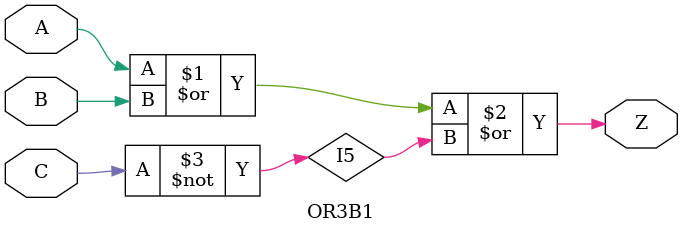
<source format=v>
`resetall
`timescale 1 ns / 100 ps

/* Created by DB2VERILOG Version 1.0.1.1 on Sat May 14 11:26:40 1994 */
/* module compiled from "lsl2db 3.6.4" run */


`celldefine
module OR3B1 (A, B, C, Z);
input  A, B, C;
output Z;
or INST2 (Z, A, B, I5);
not INST4 (I5, C);

endmodule 
`endcelldefine

</source>
